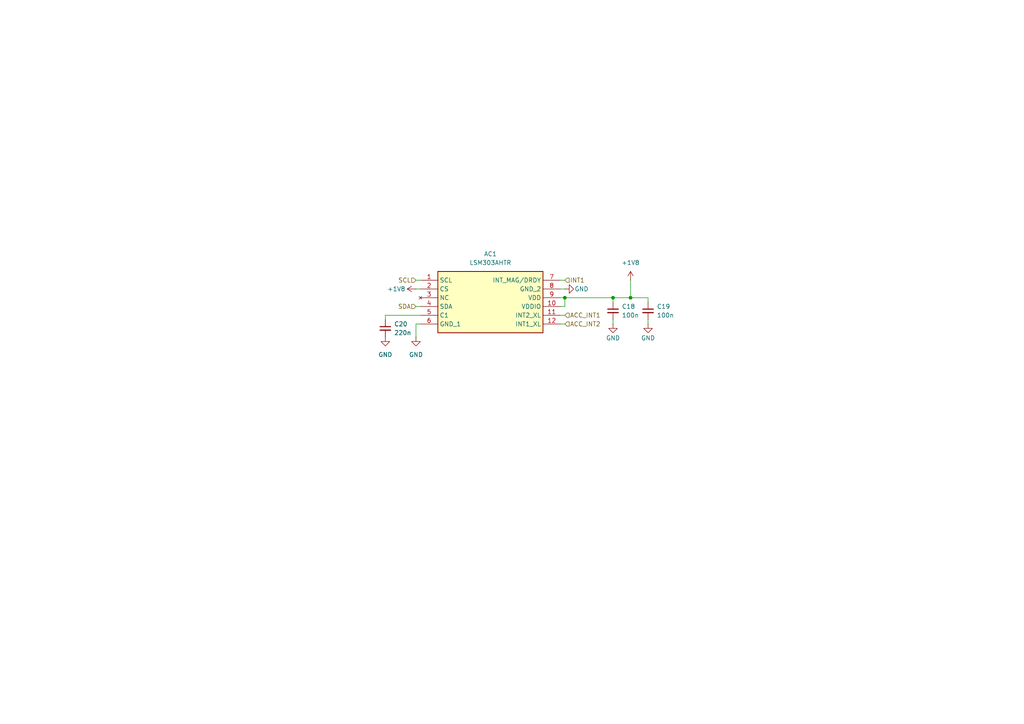
<source format=kicad_sch>
(kicad_sch (version 20231120) (generator "eeschema") (generator_version "8.0")
  (paper "A4")
  (lib_symbols
    (symbol "Device:C_Small" (pin_numbers hide) (pin_names (offset 0.254) hide)
      (property "Reference" "C" (at 0.254 1.778 0))
      (property "Value" "C_Small" (at 0.254 -2.032 0))
      (symbol "C_Small_0_1"
        (polyline (pts (xy -1.524 -0.508) (xy 1.524 -0.508)) (stroke (width 0.3302)))
        (polyline (pts (xy -1.524 0.508) (xy 1.524 0.508)) (stroke (width 0.3048)))
      )
      (symbol "C_Small_1_1"
        (pin passive line (at 0 2.54 270) (length 2.032) (name "~") (number "1"))
        (pin passive line (at 0 -2.54 90) (length 2.032) (name "~") (number "2"))
      )
    )
    (symbol "power:+1V8" (power) (pin_numbers hide) (pin_names (offset 0) hide)
      (property "Value" "+1V8" (at 0 3.556 0))
      (symbol "+1V8_0_1"
        (polyline (pts (xy -0.762 1.27) (xy 0 2.54)))
        (polyline (pts (xy 0 0) (xy 0 2.54)))
        (polyline (pts (xy 0 2.54) (xy 0.762 1.27)))
      )
      (symbol "+1V8_1_1"
        (pin power_in line (at 0 0 90) (length 0) (name "~") (number "1"))
      )
    )
    (symbol "power:GND" (power) (pin_numbers hide) (pin_names (offset 0) hide)
      (property "Value" "GND" (at 0 -3.81 0))
      (symbol "GND_0_1"
        (polyline (pts (xy 0 0) (xy 0 -1.27) (xy 1.27 -1.27) (xy 0 -2.54) (xy -1.27 -1.27) (xy 0 -1.27)))
      )
      (symbol "GND_1_1"
        (pin power_in line (at 0 0 270) (length 0) (name "~") (number "1"))
      )
    )
    (symbol "sensor_fuser_symbol:LSM303AHTR"
      (property "Reference" "AC" (at 36.83 7.62 0))
      (property "Value" "LSM303AHTR" (at 36.83 5.08 0))
      (symbol "LSM303AHTR_1_1"
        (rectangle (start 5.08 2.54) (end 35.56 -15.24) (stroke (width 0.254)) (fill (type background)))
        (pin passive line (at 0 0 0) (length 5.08) (name "SCL") (number "1"))
        (pin passive line (at 40.64 -7.62 180) (length 5.08) (name "VDDIO") (number "10"))
        (pin passive line (at 40.64 -10.16 180) (length 5.08) (name "INT2_XL") (number "11"))
        (pin passive line (at 40.64 -12.7 180) (length 5.08) (name "INT1_XL") (number "12"))
        (pin passive line (at 0 -2.54 0) (length 5.08) (name "CS") (number "2"))
        (pin no_connect line (at 0 -5.08 0) (length 5.08) (name "NC") (number "3"))
        (pin passive line (at 0 -7.62 0) (length 5.08) (name "SDA") (number "4"))
        (pin passive line (at 0 -10.16 0) (length 5.08) (name "C1") (number "5"))
        (pin passive line (at 0 -12.7 0) (length 5.08) (name "GND_1") (number "6"))
        (pin passive line (at 40.64 0 180) (length 5.08) (name "INT_MAG/DRDY") (number "7"))
        (pin passive line (at 40.64 -2.54 180) (length 5.08) (name "GND_2") (number "8"))
        (pin passive line (at 40.64 -5.08 180) (length 5.08) (name "VDD") (number "9"))
      )
    )
  )
  (junction (at 177.8 86.36))
  (junction (at 182.88 86.36))
  (junction (at 163.83 86.36))
  (wire (pts (xy 121.92 91.44) (xy 111.76 91.44)))
  (wire (pts (xy 120.65 88.9) (xy 121.92 88.9)))
  (wire (pts (xy 163.83 93.98) (xy 162.56 93.98)))
  (wire (pts (xy 187.96 86.36) (xy 187.96 87.63)))
  (wire (pts (xy 163.83 86.36) (xy 162.56 86.36)))
  (wire (pts (xy 120.65 97.79) (xy 120.65 93.98)))
  (wire (pts (xy 163.83 81.28) (xy 162.56 81.28)))
  (wire (pts (xy 120.65 81.28) (xy 121.92 81.28)))
  (wire (pts (xy 163.83 83.82) (xy 162.56 83.82)))
  (wire (pts (xy 120.65 93.98) (xy 121.92 93.98)))
  (wire (pts (xy 182.88 81.28) (xy 182.88 86.36)))
  (wire (pts (xy 163.83 88.9) (xy 163.83 86.36)))
  (wire (pts (xy 187.96 92.71) (xy 187.96 93.98)))
  (wire (pts (xy 182.88 86.36) (xy 177.8 86.36)))
  (wire (pts (xy 177.8 87.63) (xy 177.8 86.36)))
  (wire (pts (xy 111.76 91.44) (xy 111.76 92.71)))
  (wire (pts (xy 177.8 93.98) (xy 177.8 92.71)))
  (wire (pts (xy 120.65 83.82) (xy 121.92 83.82)))
  (wire (pts (xy 162.56 88.9) (xy 163.83 88.9)))
  (wire (pts (xy 182.88 86.36) (xy 187.96 86.36)))
  (wire (pts (xy 163.83 91.44) (xy 162.56 91.44)))
  (wire (pts (xy 163.83 86.36) (xy 177.8 86.36)))
  (hierarchical_label "ACC_INT1" (shape input) (at 163.83 91.44 0))
  (hierarchical_label "SCL" (shape input) (at 120.65 81.28 180))
  (hierarchical_label "ACC_INT2" (shape input) (at 163.83 93.98 0))
  (hierarchical_label "INT1" (shape input) (at 163.83 81.28 0))
  (hierarchical_label "SDA" (shape input) (at 120.65 88.9 180))
  (symbol (lib_id "power:+1V8") (at 120.65 83.82 90) (unit 1)
    (property "Reference" "#PWR063" (effects (hide yes)))
    (property "Value" "+1V8" (at 117.602 83.82 90) (effects (justify left)))
    (property "Description" "Power symbol creates a global label with name \"+1V8\"" (effects (hide yes)))
  )
  (symbol (lib_id "Device:C_Small") (at 187.96 90.17 0) (unit 1)
    (property "Reference" "C19" (at 190.5 88.9062 0) (effects (justify left)))
    (property "Value" "100n" (at 190.5 91.4462 0) (effects (justify left)))
    (property "Footprint" "Capacitor_SMD:C_0603_1608Metric_Pad1.08x0.95mm_HandSolder" (effects (hide yes)))
    (property "Description" "Unpolarized capacitor, small symbol" (effects (hide yes)))
  )
  (symbol (lib_id "Device:C_Small") (at 177.8 90.17 0) (unit 1)
    (property "Reference" "C18" (at 180.34 88.9062 0) (effects (justify left)))
    (property "Value" "100n" (at 180.34 91.4462 0) (effects (justify left)))
    (property "Footprint" "Capacitor_SMD:C_0603_1608Metric_Pad1.08x0.95mm_HandSolder" (effects (hide yes)))
    (property "Description" "Unpolarized capacitor, small symbol" (effects (hide yes)))
  )
  (symbol (lib_id "power:GND") (at 111.76 97.79 0) (unit 1)
    (property "Reference" "#PWR060" (effects (hide yes)))
    (property "Value" "GND" (at 111.76 102.87 0))
    (property "Description" "Power symbol creates a global label with name \"GND\" , ground" (effects (hide yes)))
  )
  (symbol (lib_id "power:GND") (at 187.96 93.98 0) (unit 1)
    (property "Reference" "#PWR059" (effects (hide yes)))
    (property "Value" "GND" (at 187.96 98.044 0))
    (property "Description" "Power symbol creates a global label with name \"GND\" , ground" (effects (hide yes)))
  )
  (symbol (lib_id "sensor_fuser_symbol:LSM303AHTR") (at 121.92 81.28 0) (unit 1)
    (property "Reference" "AC1" (at 142.24 73.66 0))
    (property "Value" "LSM303AHTR" (at 142.24 76.2 0))
    (property "Footprint" "sensor_fuser:LGA-12" (effects (hide yes)))
    (property "Datasheet" "https://componentsearchengine.com/Datasheets/1/LSM303AHTR.pdf" (effects (hide yes)))
    (property "Description" "Accelerometers Ultra-compact high-performance e-compass 3D accelerometer and 3D magnetometer module" (effects (hide yes)))
    (property "Manufacturer_Name" "STMicroelectronics" (effects (hide yes)))
    (property "Manufacturer_Part_Number" "LSM303AHTR" (effects (hide yes)))
    (property "Mouser Part Number" "511-LSM303AHTR" (effects (hide yes)))
    (property "Mouser Price/Stock" "https://www.mouser.co.uk/ProductDetail/STMicroelectronics/LSM303AHTR?qs=FNcb6ahWXRzM34XwAoZA0A%3D%3D" (effects (hide yes)))
    (property "Arrow Part Number" "LSM303AHTR" (effects (hide yes)))
    (property "Arrow Price/Stock" "https://www.arrow.com/en/products/lsm303ahtr/stmicroelectronics?region=nac" (effects (hide yes)))
  )
  (symbol (lib_id "power:GND") (at 177.8 93.98 0) (unit 1)
    (property "Reference" "#PWR058" (effects (hide yes)))
    (property "Value" "GND" (at 177.8 98.044 0))
    (property "Description" "Power symbol creates a global label with name \"GND\" , ground" (effects (hide yes)))
  )
  (symbol (lib_id "power:GND") (at 120.65 97.79 0) (unit 1)
    (property "Reference" "#PWR050" (effects (hide yes)))
    (property "Value" "GND" (at 120.65 102.87 0))
    (property "Description" "Power symbol creates a global label with name \"GND\" , ground" (effects (hide yes)))
  )
  (symbol (lib_id "power:+1V8") (at 182.88 81.28 0) (unit 1)
    (property "Reference" "#PWR057" (effects (hide yes)))
    (property "Value" "+1V8" (at 182.88 76.2 0))
    (property "Description" "Power symbol creates a global label with name \"+1V8\"" (effects (hide yes)))
  )
  (symbol (lib_id "power:GND") (at 163.83 83.82 90) (unit 1)
    (property "Reference" "#PWR051" (effects (hide yes)))
    (property "Value" "GND" (at 166.624 83.82 90) (effects (justify right)))
    (property "Description" "Power symbol creates a global label with name \"GND\" , ground" (effects (hide yes)))
  )
  (symbol (lib_id "Device:C_Small") (at 111.76 95.25 0) (unit 1)
    (property "Reference" "C20" (at 114.3 93.9862 0) (effects (justify left)))
    (property "Value" "220n" (at 114.3 96.5262 0) (effects (justify left)))
    (property "Footprint" "Capacitor_SMD:C_0603_1608Metric_Pad1.08x0.95mm_HandSolder" (effects (hide yes)))
    (property "Description" "Unpolarized capacitor, small symbol" (effects (hide yes)))
  )
)
</source>
